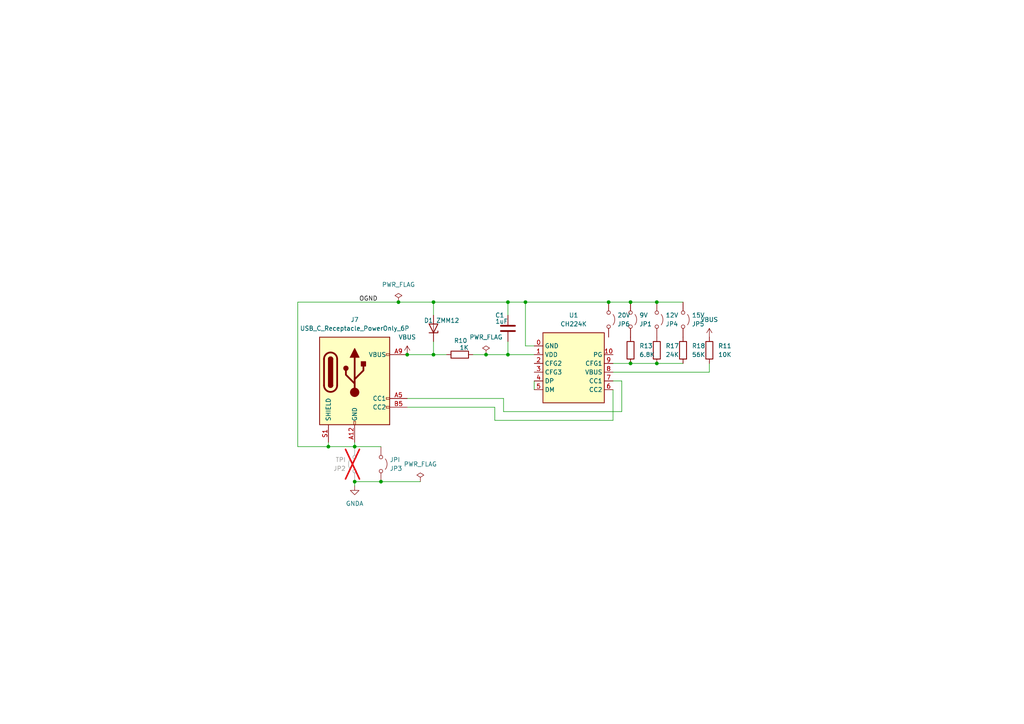
<source format=kicad_sch>
(kicad_sch (version 20231120) (generator "eeschema") (generator_version "8.0")
  (paper "A4")
  (title_block (company "WTMEC"))
  (lib_symbols
    (symbol "Connector:USB_C_Receptacle_PowerOnly_6P" (pin_names (offset 1.016))
      (property "Reference" "J" (at 0 16.51 0))
      (property "Value" "USB_C_Receptacle_PowerOnly_6P" (at 0 13.97 0))
      (symbol "USB_C_Receptacle_PowerOnly_6P_0_0"
        (rectangle (start -0.254 -12.7) (end 0.254 -11.684))
        (rectangle (start 10.16 -7.366) (end 9.144 -7.874))
        (rectangle (start 10.16 -4.826) (end 9.144 -5.334))
        (rectangle (start 10.16 7.874) (end 9.144 7.366))
      )
      (symbol "USB_C_Receptacle_PowerOnly_6P_0_1"
        (rectangle (start -10.16 12.7) (end 10.16 -12.7) (stroke (width 0.254)) (fill (type background)))
        (arc (start -8.89 -1.27) (mid -6.985 -3.1667) (end -5.08 -1.27) (stroke (width 0.508)))
        (arc (start -7.62 -1.27) (mid -6.985 -1.9023) (end -6.35 -1.27) (stroke (width 0.254)))
        (arc (start -7.62 -1.27) (mid -6.985 -1.9023) (end -6.35 -1.27) (stroke (width 0.254)) (fill (type outline)))
        (rectangle (start -7.62 -1.27) (end -6.35 6.35) (stroke (width 0.254)) (fill (type outline)))
        (arc (start -6.35 6.35) (mid -6.985 6.9823) (end -7.62 6.35) (stroke (width 0.254)))
        (arc (start -6.35 6.35) (mid -6.985 6.9823) (end -7.62 6.35) (stroke (width 0.254)) (fill (type outline)))
        (arc (start -5.08 6.35) (mid -6.985 8.2467) (end -8.89 6.35) (stroke (width 0.508)))
        (circle (center -2.54 3.683) (radius 0.635) (stroke (width 0.254)) (fill (type outline)))
        (circle (center 0 -3.302) (radius 1.27) (fill (type outline)))
        (polyline (pts (xy -8.89 -1.27) (xy -8.89 6.35)) (stroke (width 0.508)))
        (polyline (pts (xy -5.08 6.35) (xy -5.08 -1.27)) (stroke (width 0.508)))
        (polyline (pts (xy 0 -3.302) (xy 0 6.858)) (stroke (width 0.508)))
        (polyline (pts (xy 0 -0.762) (xy -2.54 1.778) (xy -2.54 3.048)) (stroke (width 0.508)))
        (polyline (pts (xy 0 0.508) (xy 2.54 3.048) (xy 2.54 4.318)) (stroke (width 0.508)))
        (polyline (pts (xy -1.27 6.858) (xy 0 9.398) (xy 1.27 6.858) (xy -1.27 6.858)) (stroke (width 0.254)) (fill (type outline)))
        (rectangle (start 1.905 4.318) (end 3.175 5.588) (stroke (width 0.254)) (fill (type outline)))
      )
      (symbol "USB_C_Receptacle_PowerOnly_6P_1_1"
        (pin passive line (at 0 -17.78 90) (length 5.08) (name "GND") (number "A12"))
        (pin bidirectional line (at 15.24 -5.08 180) (length 5.08) (name "CC1") (number "A5"))
        (pin passive line (at 15.24 7.62 180) (length 5.08) (name "VBUS") (number "A9"))
        (pin passive line (at 0 -17.78 90) (length 5.08) hide (name "GND") (number "B12"))
        (pin bidirectional line (at 15.24 -7.62 180) (length 5.08) (name "CC2") (number "B5"))
        (pin passive line (at 15.24 7.62 180) (length 5.08) hide (name "VBUS") (number "B9"))
        (pin passive line (at -7.62 -17.78 90) (length 5.08) (name "SHIELD") (number "S1"))
      )
    )
    (symbol "Device:C" (pin_numbers hide) (pin_names (offset 0.254))
      (property "Reference" "C" (at 0.635 2.54 0))
      (property "Value" "C" (at 0.635 -2.54 0))
      (symbol "C_0_1"
        (polyline (pts (xy -2.032 -0.762) (xy 2.032 -0.762)) (stroke (width 0.508)))
        (polyline (pts (xy -2.032 0.762) (xy 2.032 0.762)) (stroke (width 0.508)))
      )
      (symbol "C_1_1"
        (pin passive line (at 0 3.81 270) (length 2.794) (name "~") (number "1"))
        (pin passive line (at 0 -3.81 90) (length 2.794) (name "~") (number "2"))
      )
    )
    (symbol "Device:R" (pin_numbers hide) (pin_names (offset 0))
      (property "Reference" "R" (at 2.032 0 90))
      (property "Value" "R" (at 0 0 90))
      (symbol "R_0_1"
        (rectangle (start -1.016 -2.54) (end 1.016 2.54) (stroke (width 0.254)))
      )
      (symbol "R_1_1"
        (pin passive line (at 0 3.81 270) (length 1.27) (name "~") (number "1"))
        (pin passive line (at 0 -3.81 90) (length 1.27) (name "~") (number "2"))
      )
    )
    (symbol "Diode:ZMMxx" (pin_numbers hide) (pin_names hide)
      (property "Reference" "D" (at 0 2.54 0))
      (property "Value" "ZMMxx" (at 0 -2.54 0))
      (symbol "ZMMxx_0_1"
        (polyline (pts (xy 1.27 0) (xy -1.27 0)))
        (polyline (pts (xy -1.27 -1.27) (xy -1.27 1.27) (xy -0.762 1.27)) (stroke (width 0.254)))
        (polyline (pts (xy 1.27 -1.27) (xy 1.27 1.27) (xy -1.27 0) (xy 1.27 -1.27)) (stroke (width 0.254)))
      )
      (symbol "ZMMxx_1_1"
        (pin passive line (at -3.81 0 0) (length 2.54) (name "K") (number "1"))
        (pin passive line (at 3.81 0 180) (length 2.54) (name "A") (number "2"))
      )
    )
    (symbol "Jumper:Jumper_2_Open" (pin_numbers hide) (pin_names (offset 0) hide) (exclude_from_sim yes)
      (property "Reference" "JP" (at 0 2.794 0))
      (property "Value" "Jumper_2_Open" (at 0 -2.286 0))
      (symbol "Jumper_2_Open_0_0"
        (circle (center -2.032 0) (radius 0.508))
        (circle (center 2.032 0) (radius 0.508))
      )
      (symbol "Jumper_2_Open_0_1"
        (arc (start 1.524 1.27) (mid 0 1.778) (end -1.524 1.27))
      )
      (symbol "Jumper_2_Open_1_1"
        (pin passive line (at -5.08 0 0) (length 2.54) (name "A") (number "1"))
        (pin passive line (at 5.08 0 180) (length 2.54) (name "B") (number "2"))
      )
    )
    (symbol "MCU_NXP_M2:CH224K"
      (property "Reference" "U" (at -6.096 21.336 0))
      (property "Value" "CH224K" (at 0 -1.778 0))
      (symbol "CH224K_1_0"
        (rectangle (start -7.62 20.32) (end 10.16 0) (stroke (width 0.254)) (fill (type background)))
      )
      (symbol "CH224K_1_1"
        (pin power_in line (at -10.16 16.51 0) (length 2.54) (name "GND") (number "0"))
        (pin power_in line (at -10.16 13.97 0) (length 2.54) (name "VDD") (number "1"))
        (pin output line (at 12.7 13.97 180) (length 2.54) (name "PG") (number "10"))
        (pin bidirectional line (at -10.16 11.43 0) (length 2.54) (name "CFG2") (number "2"))
        (pin bidirectional line (at -10.16 8.89 0) (length 2.54) (name "CFG3") (number "3"))
        (pin bidirectional line (at -10.16 6.35 0) (length 2.54) (name "DP") (number "4"))
        (pin bidirectional line (at -10.16 3.81 0) (length 2.54) (name "DM") (number "5"))
        (pin bidirectional line (at 12.7 3.81 180) (length 2.54) (name "CC2") (number "6"))
        (pin bidirectional line (at 12.7 6.35 180) (length 2.54) (name "CC1") (number "7"))
        (pin power_in line (at 12.7 8.89 180) (length 2.54) (name "VBUS") (number "8"))
        (pin bidirectional line (at 12.7 11.43 180) (length 2.54) (name "CFG1") (number "9"))
      )
    )
    (symbol "power:GNDA" (power) (pin_numbers hide) (pin_names (offset 0) hide)
      (property "Value" "GNDA" (at 0 -3.81 0))
      (symbol "GNDA_0_1"
        (polyline (pts (xy 0 0) (xy 0 -1.27) (xy 1.27 -1.27) (xy 0 -2.54) (xy -1.27 -1.27) (xy 0 -1.27)))
      )
      (symbol "GNDA_1_1"
        (pin power_in line (at 0 0 270) (length 0) (name "~") (number "1"))
      )
    )
    (symbol "power:PWR_FLAG" (power) (pin_numbers hide) (pin_names (offset 0) hide)
      (property "Value" "PWR_FLAG" (at 0 3.81 0))
      (symbol "PWR_FLAG_0_0"
        (pin power_out line (at 0 0 90) (length 0) (name "~") (number "1"))
      )
      (symbol "PWR_FLAG_0_1"
        (polyline (pts (xy 0 0) (xy 0 1.27) (xy -1.016 1.905) (xy 0 2.54) (xy 1.016 1.905) (xy 0 1.27)))
      )
    )
    (symbol "power:VBUS" (power) (pin_numbers hide) (pin_names (offset 0) hide)
      (property "Value" "VBUS" (at 0 3.556 0))
      (symbol "VBUS_0_1"
        (polyline (pts (xy -0.762 1.27) (xy 0 2.54)))
        (polyline (pts (xy 0 0) (xy 0 2.54)))
        (polyline (pts (xy 0 2.54) (xy 0.762 1.27)))
      )
      (symbol "VBUS_1_1"
        (pin power_in line (at 0 0 90) (length 0) (name "~") (number "1"))
      )
    )
  )
  (junction (at 110.49 139.7))
  (junction (at 125.73 87.63))
  (junction (at 125.73 102.87))
  (junction (at 102.87 129.54))
  (junction (at 176.53 87.63))
  (junction (at 115.57 87.63))
  (junction (at 147.32 87.63))
  (junction (at 95.25 129.54))
  (junction (at 182.88 105.41))
  (junction (at 190.5 87.63))
  (junction (at 118.11 102.87))
  (junction (at 190.5 105.41))
  (junction (at 147.32 102.87))
  (junction (at 102.87 139.7))
  (junction (at 182.88 87.63))
  (junction (at 152.4 87.63))
  (junction (at 140.97 102.87))
  (wire (pts (xy 190.5 87.63) (xy 182.88 87.63)))
  (wire (pts (xy 146.05 119.38) (xy 180.34 119.38)))
  (wire (pts (xy 177.8 105.41) (xy 182.88 105.41)))
  (wire (pts (xy 118.11 115.57) (xy 146.05 115.57)))
  (wire (pts (xy 143.51 118.11) (xy 143.51 121.92)))
  (wire (pts (xy 86.36 87.63) (xy 115.57 87.63)))
  (wire (pts (xy 102.87 129.54) (xy 110.49 129.54)))
  (wire (pts (xy 95.25 128.27) (xy 95.25 129.54)))
  (wire (pts (xy 118.11 118.11) (xy 143.51 118.11)))
  (wire (pts (xy 182.88 87.63) (xy 176.53 87.63)))
  (wire (pts (xy 86.36 129.54) (xy 86.36 87.63)))
  (wire (pts (xy 152.4 100.33) (xy 154.94 100.33)))
  (wire (pts (xy 110.49 139.7) (xy 121.92 139.7)))
  (wire (pts (xy 115.57 87.63) (xy 125.73 87.63)))
  (wire (pts (xy 118.11 102.87) (xy 125.73 102.87)))
  (wire (pts (xy 125.73 102.87) (xy 129.54 102.87)))
  (wire (pts (xy 102.87 139.7) (xy 110.49 139.7)))
  (wire (pts (xy 125.73 87.63) (xy 125.73 91.44)))
  (wire (pts (xy 152.4 87.63) (xy 152.4 100.33)))
  (wire (pts (xy 125.73 87.63) (xy 147.32 87.63)))
  (wire (pts (xy 205.74 107.95) (xy 205.74 105.41)))
  (wire (pts (xy 180.34 119.38) (xy 180.34 110.49)))
  (wire (pts (xy 95.25 129.54) (xy 102.87 129.54)))
  (wire (pts (xy 177.8 107.95) (xy 205.74 107.95)))
  (wire (pts (xy 125.73 99.06) (xy 125.73 102.87)))
  (wire (pts (xy 102.87 128.27) (xy 102.87 129.54)))
  (wire (pts (xy 140.97 102.87) (xy 147.32 102.87)))
  (wire (pts (xy 147.32 91.44) (xy 147.32 87.63)))
  (wire (pts (xy 147.32 99.06) (xy 147.32 102.87)))
  (wire (pts (xy 190.5 105.41) (xy 198.12 105.41)))
  (wire (pts (xy 102.87 139.7) (xy 102.87 140.97)))
  (wire (pts (xy 198.12 87.63) (xy 190.5 87.63)))
  (wire (pts (xy 180.34 110.49) (xy 177.8 110.49)))
  (wire (pts (xy 177.8 121.92) (xy 177.8 113.03)))
  (wire (pts (xy 147.32 87.63) (xy 152.4 87.63)))
  (wire (pts (xy 182.88 105.41) (xy 190.5 105.41)))
  (wire (pts (xy 146.05 115.57) (xy 146.05 119.38)))
  (wire (pts (xy 95.25 129.54) (xy 86.36 129.54)))
  (wire (pts (xy 154.94 110.49) (xy 154.94 113.03)))
  (wire (pts (xy 176.53 87.63) (xy 152.4 87.63)))
  (wire (pts (xy 147.32 102.87) (xy 154.94 102.87)))
  (wire (pts (xy 143.51 121.92) (xy 177.8 121.92)))
  (wire (pts (xy 137.16 102.87) (xy 140.97 102.87)))
  (label "OGND" (at 104.14 87.63 0))
  (symbol (lib_id "power:PWR_FLAG") (at 115.57 87.63 0) (unit 1)
    (property "Reference" "#FLG01" (effects (hide yes)))
    (property "Value" "PWR_FLAG" (at 115.57 82.55 0))
    (property "Description" "Special symbol for telling ERC where power comes from" (effects (hide yes)))
  )
  (symbol (lib_id "Jumper:Jumper_2_Open") (at 110.49 134.62 270) (mirror x) (unit 1) (exclude_from_sim yes)
    (property "Reference" "JP3" (at 113.03 135.8901 90) (effects (justify left)))
    (property "Value" "JPI" (at 113.03 133.3501 90) (effects (justify left)))
    (property "Footprint" "Connector_PinHeader_2.54mm:PinHeader_1x02_P2.54mm_Vertical" (effects (hide yes)))
    (property "Description" "Jumper, 2-pole, open" (effects (hide yes)))
  )
  (symbol (lib_id "power:GNDA") (at 102.87 140.97 0) (unit 1)
    (property "Reference" "#PWR01" (effects (hide yes)))
    (property "Value" "GNDA" (at 102.87 146.05 0))
    (property "Description" "Power symbol creates a global label with name \"GNDA\" , analog ground" (effects (hide yes)))
  )
  (symbol (lib_id "Diode:ZMMxx") (at 125.73 95.25 270) (mirror x) (unit 1)
    (property "Reference" "D1" (at 122.936 92.964 90) (effects (justify left)))
    (property "Value" "ZMM12" (at 126.492 92.964 90) (effects (justify left)))
    (property "Footprint" "Diode_SMD:D_MiniMELF" (effects (hide yes)))
    (property "Datasheet" "https://diotec.com/tl_files/diotec/files/pdf/datasheets/zmm1.pdf" (effects (hide yes)))
    (property "Description" "500mW Zener Diode, MiniMELF" (effects (hide yes)))
  )
  (symbol (lib_id "Device:R") (at 133.35 102.87 90) (unit 1)
    (property "Reference" "R10" (at 133.604 98.806 90))
    (property "Value" "1K" (at 134.62 100.838 90))
    (property "Footprint" "Resistor_SMD:R_0805_2012Metric" (effects (hide yes)))
    (property "Description" "Resistor" (effects (hide yes)))
  )
  (symbol (lib_id "power:PWR_FLAG") (at 140.97 102.87 0) (unit 1)
    (property "Reference" "#FLG03" (effects (hide yes)))
    (property "Value" "PWR_FLAG" (at 140.97 97.79 0))
    (property "Description" "Special symbol for telling ERC where power comes from" (effects (hide yes)))
  )
  (symbol (lib_id "Jumper:Jumper_2_Open") (at 190.5 92.71 270) (mirror x) (unit 1) (exclude_from_sim yes)
    (property "Reference" "JP4" (at 193.04 93.9801 90) (effects (justify left)))
    (property "Value" "12V" (at 193.04 91.4401 90) (effects (justify left)))
    (property "Footprint" "Connector_PinHeader_2.54mm:PinHeader_1x02_P2.54mm_Vertical" (effects (hide yes)))
    (property "Description" "Jumper, 2-pole, open" (effects (hide yes)))
  )
  (symbol (lib_id "Jumper:Jumper_2_Open") (at 182.88 92.71 270) (mirror x) (unit 1) (exclude_from_sim yes)
    (property "Reference" "JP1" (at 185.42 93.9801 90) (effects (justify left)))
    (property "Value" "9V" (at 185.42 91.4401 90) (effects (justify left)))
    (property "Footprint" "Connector_PinHeader_2.54mm:PinHeader_1x02_P2.54mm_Vertical" (effects (hide yes)))
    (property "Description" "Jumper, 2-pole, open" (effects (hide yes)))
  )
  (symbol (lib_id "Device:R") (at 190.5 101.6 0) (unit 1)
    (property "Reference" "R17" (at 193.04 100.3299 0) (effects (justify left)))
    (property "Value" "24K" (at 193.04 102.8699 0) (effects (justify left)))
    (property "Footprint" "Resistor_SMD:R_0805_2012Metric" (effects (hide yes)))
    (property "Description" "Resistor" (effects (hide yes)))
  )
  (symbol (lib_id "Connector:USB_C_Receptacle_PowerOnly_6P") (at 102.87 110.49 0) (unit 1)
    (property "Reference" "J7" (at 102.87 92.71 0))
    (property "Value" "USB_C_Receptacle_PowerOnly_6P" (at 102.87 95.25 0))
    (property "Datasheet" "https://www.usb.org/sites/default/files/documents/usb_type-c.zip" (effects (hide yes)))
    (property "Description" "USB Power-Only 6P Type-C Receptacle connector" (effects (hide yes)))
  )
  (symbol (lib_id "Jumper:Jumper_2_Open") (at 102.87 134.62 90) (unit 1) (exclude_from_sim yes) (dnp yes)
    (property "Reference" "JP2" (at 100.33 135.8901 90) (effects (justify left)))
    (property "Value" "TPI" (at 100.33 133.3501 90) (effects (justify left)))
    (property "Footprint" "Connector_PinHeader_2.54mm:PinHeader_1x02_P2.54mm_Vertical" (effects (hide yes)))
    (property "Description" "Jumper, 2-pole, open" (effects (hide yes)))
  )
  (symbol (lib_id "Device:R") (at 182.88 101.6 0) (unit 1)
    (property "Reference" "R13" (at 185.42 100.3299 0) (effects (justify left)))
    (property "Value" "6.8K" (at 185.42 102.8699 0) (effects (justify left)))
    (property "Footprint" "Resistor_SMD:R_0805_2012Metric" (effects (hide yes)))
    (property "Description" "Resistor" (effects (hide yes)))
  )
  (symbol (lib_id "Device:C") (at 147.32 95.25 180) (unit 1)
    (property "Reference" "C1" (at 146.304 91.44 0) (effects (justify left)))
    (property "Value" "1uF" (at 147.32 93.218 0) (effects (justify left)))
    (property "Footprint" "Capacitor_SMD:C_0805_2012Metric" (effects (hide yes)))
    (property "Description" "Unpolarized capacitor" (effects (hide yes)))
  )
  (symbol (lib_id "Device:R") (at 198.12 101.6 0) (unit 1)
    (property "Reference" "R18" (at 200.66 100.3299 0) (effects (justify left)))
    (property "Value" "56K" (at 200.66 102.8699 0) (effects (justify left)))
    (property "Footprint" "Resistor_SMD:R_0805_2012Metric" (effects (hide yes)))
    (property "Description" "Resistor" (effects (hide yes)))
  )
  (symbol (lib_id "Jumper:Jumper_2_Open") (at 176.53 92.71 270) (mirror x) (unit 1) (exclude_from_sim yes)
    (property "Reference" "JP6" (at 179.07 93.9801 90) (effects (justify left)))
    (property "Value" "20V" (at 179.07 91.4401 90) (effects (justify left)))
    (property "Footprint" "Connector_PinHeader_2.54mm:PinHeader_1x02_P2.54mm_Vertical" (effects (hide yes)))
    (property "Description" "Jumper, 2-pole, open" (effects (hide yes)))
  )
  (symbol (lib_id "Jumper:Jumper_2_Open") (at 198.12 92.71 270) (mirror x) (unit 1) (exclude_from_sim yes)
    (property "Reference" "JP5" (at 200.66 93.9801 90) (effects (justify left)))
    (property "Value" "15V" (at 200.66 91.4401 90) (effects (justify left)))
    (property "Footprint" "Connector_PinHeader_2.54mm:PinHeader_1x02_P2.54mm_Vertical" (effects (hide yes)))
    (property "Description" "Jumper, 2-pole, open" (effects (hide yes)))
  )
  (symbol (lib_id "MCU_NXP_M2:CH224K") (at 165.1 116.84 0) (unit 1)
    (property "Reference" "U1" (at 166.37 91.44 0))
    (property "Value" "CH224K" (at 166.37 93.98 0))
    (property "Footprint" "Package_SO:SSOP-10-1EP_3.9x4.9mm_P1mm_EP2.1x3.3mm_ThermalVias" (effects (hide yes)))
    (property "Datasheet" "https://taoic.oss-cn-hangzhou.aliyuncs.com/8417/product/JTDZ88888_1619177571000.pdf" (effects (hide yes)))
  )
  (symbol (lib_id "power:VBUS") (at 118.11 102.87 0) (unit 1)
    (property "Reference" "#PWR02" (effects (hide yes)))
    (property "Value" "VBUS" (at 118.11 97.79 0))
    (property "Description" "Power symbol creates a global label with name \"VBUS\"" (effects (hide yes)))
  )
  (symbol (lib_id "power:PWR_FLAG") (at 121.92 139.7 0) (unit 1)
    (property "Reference" "#FLG02" (effects (hide yes)))
    (property "Value" "PWR_FLAG" (at 121.92 134.62 0))
    (property "Description" "Special symbol for telling ERC where power comes from" (effects (hide yes)))
  )
  (symbol (lib_id "Device:R") (at 205.74 101.6 0) (unit 1)
    (property "Reference" "R11" (at 208.28 100.3299 0) (effects (justify left)))
    (property "Value" "10K" (at 208.28 102.8699 0) (effects (justify left)))
    (property "Footprint" "Resistor_SMD:R_0805_2012Metric" (effects (hide yes)))
    (property "Description" "Resistor" (effects (hide yes)))
  )
  (symbol (lib_id "power:VBUS") (at 205.74 97.79 0) (unit 1)
    (property "Reference" "#PWR03" (effects (hide yes)))
    (property "Value" "VBUS" (at 205.74 92.71 0))
    (property "Description" "Power symbol creates a global label with name \"VBUS\"" (effects (hide yes)))
  )
)
</source>
